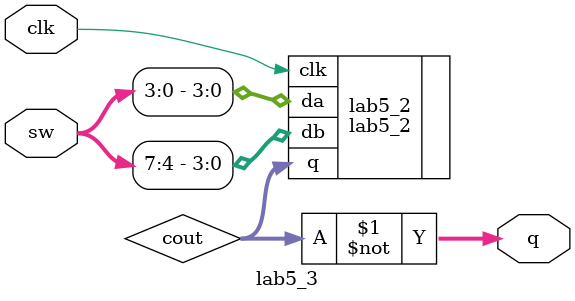
<source format=sv>
module lab5_3
(
	input clk,
	input [7:0] sw,
	output [7:0] q
);

wire [7:0] cout;

lab5_2 #(.N(3'd4)) lab5_2 (.clk(clk), .da(sw[3:0]), .db(sw[7:4]), .q(cout));

assign q = ~cout;

endmodule
</source>
